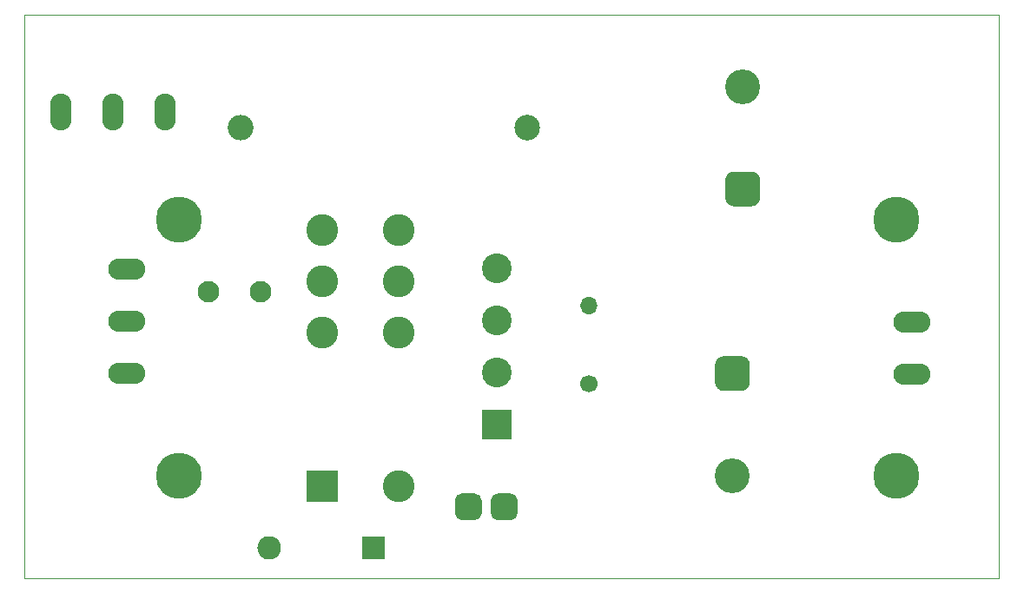
<source format=gbr>
G04 #@! TF.GenerationSoftware,KiCad,Pcbnew,(5.1.6)-1*
G04 #@! TF.CreationDate,2020-05-22T14:14:26+02:00*
G04 #@! TF.ProjectId,rect4,72656374-342e-46b6-9963-61645f706362,rev?*
G04 #@! TF.SameCoordinates,PX17d7840PYaba9500*
G04 #@! TF.FileFunction,Soldermask,Bot*
G04 #@! TF.FilePolarity,Negative*
%FSLAX46Y46*%
G04 Gerber Fmt 4.6, Leading zero omitted, Abs format (unit mm)*
G04 Created by KiCad (PCBNEW (5.1.6)-1) date 2020-05-22 14:14:26*
%MOMM*%
%LPD*%
G01*
G04 APERTURE LIST*
G04 #@! TA.AperFunction,Profile*
%ADD10C,0.050000*%
G04 #@! TD*
%ADD11O,2.100000X3.600000*%
%ADD12C,4.500000*%
%ADD13O,1.700000X1.700000*%
%ADD14C,1.700000*%
%ADD15O,2.500000X2.500000*%
%ADD16C,2.500000*%
%ADD17C,3.100000*%
%ADD18R,3.100000X3.100000*%
%ADD19O,3.600000X2.100000*%
%ADD20C,1.600000*%
%ADD21C,2.100000*%
%ADD22R,2.900000X2.900000*%
%ADD23C,2.900000*%
%ADD24O,2.300000X2.300000*%
%ADD25R,2.300000X2.300000*%
%ADD26C,3.400000*%
G04 APERTURE END LIST*
D10*
X0Y55000000D02*
X95000000Y55000000D01*
X0Y0D02*
X0Y55000000D01*
X5000000Y0D02*
X0Y0D01*
X95000000Y0D02*
X95000000Y55000000D01*
X5000000Y0D02*
X95000000Y0D01*
D11*
G04 #@! TO.C,J4*
X13660000Y45500000D03*
X8580000Y45500000D03*
X3500000Y45500000D03*
G04 #@! TD*
D12*
G04 #@! TO.C,U4*
X85000000Y35000000D03*
G04 #@! TD*
G04 #@! TO.C,U3*
X15000000Y35000000D03*
G04 #@! TD*
G04 #@! TO.C,U2*
X85000000Y10000000D03*
G04 #@! TD*
G04 #@! TO.C,U1*
X15000000Y10000000D03*
G04 #@! TD*
D13*
G04 #@! TO.C,R2*
X55000000Y26620000D03*
D14*
X55000000Y19000000D03*
G04 #@! TD*
D15*
G04 #@! TO.C,R1*
X21060000Y44000000D03*
D16*
X49000000Y44000000D03*
G04 #@! TD*
D17*
G04 #@! TO.C,K1*
X29000000Y34000000D03*
X36500000Y29000000D03*
X29000000Y24000000D03*
X36500000Y24000000D03*
X36500000Y34000000D03*
X29000000Y29000000D03*
X36500000Y9000000D03*
D18*
X29000000Y9000000D03*
G04 #@! TD*
D19*
G04 #@! TO.C,J3*
X86500000Y19920000D03*
X86500000Y25000000D03*
G04 #@! TD*
G04 #@! TO.C,J2*
G36*
G01*
X45450000Y6350000D02*
X45450000Y7650000D01*
G75*
G02*
X46100000Y8300000I650000J0D01*
G01*
X47400000Y8300000D01*
G75*
G02*
X48050000Y7650000I0J-650000D01*
G01*
X48050000Y6350000D01*
G75*
G02*
X47400000Y5700000I-650000J0D01*
G01*
X46100000Y5700000D01*
G75*
G02*
X45450000Y6350000I0J650000D01*
G01*
G37*
G36*
G01*
X41950000Y6350000D02*
X41950000Y7650000D01*
G75*
G02*
X42600000Y8300000I650000J0D01*
G01*
X43900000Y8300000D01*
G75*
G02*
X44550000Y7650000I0J-650000D01*
G01*
X44550000Y6350000D01*
G75*
G02*
X43900000Y5700000I-650000J0D01*
G01*
X42600000Y5700000D01*
G75*
G02*
X41950000Y6350000I0J650000D01*
G01*
G37*
D20*
X43250000Y7000000D03*
X46750000Y7000000D03*
G04 #@! TD*
D19*
G04 #@! TO.C,J1*
X10000000Y30160000D03*
X10000000Y25080000D03*
X10000000Y20000000D03*
G04 #@! TD*
D21*
G04 #@! TO.C,F1*
X17920000Y28010000D03*
X23000000Y28000000D03*
G04 #@! TD*
D22*
G04 #@! TO.C,D2*
X46000000Y15000000D03*
D23*
X46000000Y20080000D03*
X46000000Y25160000D03*
X46000000Y30240000D03*
G04 #@! TD*
D24*
G04 #@! TO.C,D1*
X23840000Y3000000D03*
D25*
X34000000Y3000000D03*
G04 #@! TD*
G04 #@! TO.C,C2*
G36*
G01*
X70850000Y36300000D02*
X69150000Y36300000D01*
G75*
G02*
X68300000Y37150000I0J850000D01*
G01*
X68300000Y38850000D01*
G75*
G02*
X69150000Y39700000I850000J0D01*
G01*
X70850000Y39700000D01*
G75*
G02*
X71700000Y38850000I0J-850000D01*
G01*
X71700000Y37150000D01*
G75*
G02*
X70850000Y36300000I-850000J0D01*
G01*
G37*
D26*
X70000000Y48000000D03*
G04 #@! TD*
G04 #@! TO.C,C1*
G36*
G01*
X68150000Y21700000D02*
X69850000Y21700000D01*
G75*
G02*
X70700000Y20850000I0J-850000D01*
G01*
X70700000Y19150000D01*
G75*
G02*
X69850000Y18300000I-850000J0D01*
G01*
X68150000Y18300000D01*
G75*
G02*
X67300000Y19150000I0J850000D01*
G01*
X67300000Y20850000D01*
G75*
G02*
X68150000Y21700000I850000J0D01*
G01*
G37*
X69000000Y10000000D03*
G04 #@! TD*
M02*

</source>
